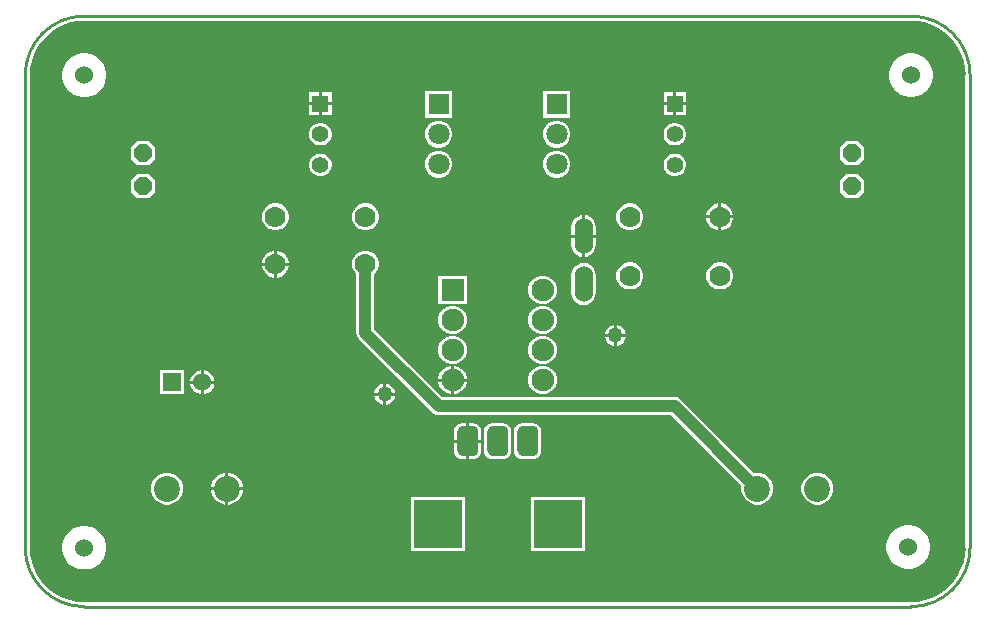
<source format=gbl>
G04*
G04 #@! TF.GenerationSoftware,Altium Limited,CircuitMaker,2.2.1 (2.2.1.6)*
G04*
G04 Layer_Physical_Order=2*
G04 Layer_Color=11436288*
%FSLAX44Y44*%
%MOMM*%
G71*
G04*
G04 #@! TF.SameCoordinates,B7FF0B77-2EFF-419A-B724-F2A86093BB65*
G04*
G04*
G04 #@! TF.FilePolarity,Positive*
G04*
G01*
G75*
%ADD10C,0.2540*%
%ADD37C,1.0000*%
%ADD39R,1.8796X1.8796*%
%ADD40O,1.5240X3.0480*%
%ADD41C,1.5240*%
%ADD42P,1.6496X8X292.5*%
%ADD43C,1.7780*%
%ADD44C,1.9050*%
%ADD45R,1.9050X1.9050*%
G04:AMPARAMS|DCode=46|XSize=1.778mm|YSize=2.54mm|CornerRadius=0.4445mm|HoleSize=0mm|Usage=FLASHONLY|Rotation=180.000|XOffset=0mm|YOffset=0mm|HoleType=Round|Shape=RoundedRectangle|*
%AMROUNDEDRECTD46*
21,1,1.7780,1.6510,0,0,180.0*
21,1,0.8890,2.5400,0,0,180.0*
1,1,0.8890,-0.4445,0.8255*
1,1,0.8890,0.4445,0.8255*
1,1,0.8890,0.4445,-0.8255*
1,1,0.8890,-0.4445,-0.8255*
%
%ADD46ROUNDEDRECTD46*%
%ADD47R,4.0640X4.0640*%
%ADD48R,1.5240X1.5240*%
%ADD49C,2.2000*%
%ADD50C,1.8000*%
%ADD51R,1.8000X1.8000*%
%ADD52R,1.4000X1.4000*%
%ADD53C,1.4000*%
%ADD54C,1.2700*%
G36*
X756025Y495767D02*
X761947Y494589D01*
X767665Y492648D01*
X773081Y489977D01*
X778102Y486623D01*
X782641Y482641D01*
X786623Y478102D01*
X789977Y473081D01*
X792648Y467665D01*
X794589Y461948D01*
X795767Y456025D01*
X796150Y450176D01*
X796115Y450000D01*
Y50000D01*
X796150Y49824D01*
X795767Y43975D01*
X794589Y38052D01*
X792648Y32335D01*
X789977Y26919D01*
X786623Y21899D01*
X782641Y17359D01*
X778102Y13377D01*
X773081Y10023D01*
X767665Y7352D01*
X761947Y5411D01*
X756025Y4233D01*
X750176Y3850D01*
X750000Y3885D01*
X50000D01*
X49824Y3850D01*
X43975Y4233D01*
X38052Y5411D01*
X32335Y7352D01*
X26919Y10023D01*
X21899Y13377D01*
X17359Y17359D01*
X13377Y21899D01*
X10023Y26919D01*
X7352Y32335D01*
X5411Y38052D01*
X4233Y43975D01*
X3850Y49824D01*
X3885Y50000D01*
Y450000D01*
X3850Y450176D01*
X4233Y456025D01*
X5411Y461948D01*
X7352Y467665D01*
X10023Y473081D01*
X13377Y478102D01*
X17359Y482641D01*
X21899Y486623D01*
X26919Y489977D01*
X32335Y492648D01*
X38052Y494589D01*
X43975Y495767D01*
X49824Y496150D01*
X50000Y496115D01*
X750000D01*
X750176Y496150D01*
X756025Y495767D01*
D02*
G37*
%LPC*%
G36*
X751826Y468540D02*
X748174D01*
X744592Y467827D01*
X741218Y466430D01*
X738181Y464401D01*
X735599Y461819D01*
X733570Y458782D01*
X732172Y455408D01*
X731460Y451826D01*
Y448174D01*
X732172Y444592D01*
X733570Y441218D01*
X735599Y438181D01*
X738181Y435599D01*
X741218Y433570D01*
X744592Y432173D01*
X748174Y431460D01*
X751826D01*
X755408Y432173D01*
X758782Y433570D01*
X761819Y435599D01*
X764401Y438181D01*
X766430Y441218D01*
X767828Y444592D01*
X768540Y448174D01*
Y451826D01*
X767828Y455408D01*
X766430Y458782D01*
X764401Y461819D01*
X761819Y464401D01*
X758782Y466430D01*
X755408Y467827D01*
X751826Y468540D01*
D02*
G37*
G36*
X51826D02*
X48174D01*
X44592Y467827D01*
X41218Y466430D01*
X38181Y464401D01*
X35599Y461819D01*
X33570Y458782D01*
X32173Y455408D01*
X31460Y451826D01*
Y448174D01*
X32173Y444592D01*
X33570Y441218D01*
X35599Y438181D01*
X38181Y435599D01*
X41218Y433570D01*
X44592Y432173D01*
X48174Y431460D01*
X51826D01*
X55408Y432173D01*
X58782Y433570D01*
X61819Y435599D01*
X64401Y438181D01*
X66430Y441218D01*
X67828Y444592D01*
X68540Y448174D01*
Y451826D01*
X67828Y455408D01*
X66430Y458782D01*
X64401Y461819D01*
X61819Y464401D01*
X58782Y466430D01*
X55408Y467827D01*
X51826Y468540D01*
D02*
G37*
G36*
X559540Y435540D02*
X551270D01*
Y427270D01*
X559540D01*
Y435540D01*
D02*
G37*
G36*
X548730D02*
X540460D01*
Y427270D01*
X548730D01*
Y435540D01*
D02*
G37*
G36*
X259540D02*
X251270D01*
Y427270D01*
X259540D01*
Y435540D01*
D02*
G37*
G36*
X248730D02*
X240460D01*
Y427270D01*
X248730D01*
Y435540D01*
D02*
G37*
G36*
X559540Y424730D02*
X551270D01*
Y416460D01*
X559540D01*
Y424730D01*
D02*
G37*
G36*
X548730D02*
X540460D01*
Y416460D01*
X548730D01*
Y424730D01*
D02*
G37*
G36*
X259540D02*
X251270D01*
Y416460D01*
X259540D01*
Y424730D01*
D02*
G37*
G36*
X248730D02*
X240460D01*
Y416460D01*
X248730D01*
Y424730D01*
D02*
G37*
G36*
X461540Y436940D02*
X438460D01*
Y413860D01*
X461540D01*
Y436940D01*
D02*
G37*
G36*
X361540D02*
X338460D01*
Y413860D01*
X361540D01*
Y436940D01*
D02*
G37*
G36*
X551256Y409540D02*
X548744D01*
X546318Y408890D01*
X544142Y407634D01*
X542366Y405858D01*
X541110Y403682D01*
X540460Y401256D01*
Y398744D01*
X541110Y396318D01*
X542366Y394142D01*
X544142Y392366D01*
X546318Y391110D01*
X548744Y390460D01*
X551256D01*
X553682Y391110D01*
X555858Y392366D01*
X557634Y394142D01*
X558890Y396318D01*
X559540Y398744D01*
Y401256D01*
X558890Y403682D01*
X557634Y405858D01*
X555858Y407634D01*
X553682Y408890D01*
X551256Y409540D01*
D02*
G37*
G36*
X251256D02*
X248744D01*
X246318Y408890D01*
X244142Y407634D01*
X242366Y405858D01*
X241110Y403682D01*
X240460Y401256D01*
Y398744D01*
X241110Y396318D01*
X242366Y394142D01*
X244142Y392366D01*
X246318Y391110D01*
X248744Y390460D01*
X251256D01*
X253682Y391110D01*
X255858Y392366D01*
X257634Y394142D01*
X258890Y396318D01*
X259540Y398744D01*
Y401256D01*
X258890Y403682D01*
X257634Y405858D01*
X255858Y407634D01*
X253682Y408890D01*
X251256Y409540D01*
D02*
G37*
G36*
X451519Y411540D02*
X448481D01*
X445546Y410754D01*
X442914Y409234D01*
X440766Y407086D01*
X439246Y404454D01*
X438460Y401519D01*
Y398481D01*
X439246Y395546D01*
X440766Y392914D01*
X442914Y390766D01*
X445546Y389246D01*
X448481Y388460D01*
X451519D01*
X454454Y389246D01*
X457086Y390766D01*
X459234Y392914D01*
X460754Y395546D01*
X461540Y398481D01*
Y401519D01*
X460754Y404454D01*
X459234Y407086D01*
X457086Y409234D01*
X454454Y410754D01*
X451519Y411540D01*
D02*
G37*
G36*
X351519D02*
X348481D01*
X345546Y410754D01*
X342914Y409234D01*
X340766Y407086D01*
X339246Y404454D01*
X338460Y401519D01*
Y398481D01*
X339246Y395546D01*
X340766Y392914D01*
X342914Y390766D01*
X345546Y389246D01*
X348481Y388460D01*
X351519D01*
X354454Y389246D01*
X357086Y390766D01*
X359234Y392914D01*
X360754Y395546D01*
X361540Y398481D01*
Y401519D01*
X360754Y404454D01*
X359234Y407086D01*
X357086Y409234D01*
X354454Y410754D01*
X351519Y411540D01*
D02*
G37*
G36*
X705080Y394160D02*
X694920D01*
X689840Y389080D01*
Y378920D01*
X694920Y373840D01*
X705080D01*
X710160Y378920D01*
Y389080D01*
X705080Y394160D01*
D02*
G37*
G36*
X105080D02*
X94920D01*
X89840Y389080D01*
Y378920D01*
X94920Y373840D01*
X105080D01*
X110160Y378920D01*
Y389080D01*
X105080Y394160D01*
D02*
G37*
G36*
X551256Y383540D02*
X548744D01*
X546318Y382890D01*
X544142Y381634D01*
X542366Y379858D01*
X541110Y377682D01*
X540460Y375256D01*
Y372744D01*
X541110Y370318D01*
X542366Y368142D01*
X544142Y366366D01*
X546318Y365110D01*
X548744Y364460D01*
X551256D01*
X553682Y365110D01*
X555858Y366366D01*
X557634Y368142D01*
X558890Y370318D01*
X559540Y372744D01*
Y375256D01*
X558890Y377682D01*
X557634Y379858D01*
X555858Y381634D01*
X553682Y382890D01*
X551256Y383540D01*
D02*
G37*
G36*
X251256D02*
X248744D01*
X246318Y382890D01*
X244142Y381634D01*
X242366Y379858D01*
X241110Y377682D01*
X240460Y375256D01*
Y372744D01*
X241110Y370318D01*
X242366Y368142D01*
X244142Y366366D01*
X246318Y365110D01*
X248744Y364460D01*
X251256D01*
X253682Y365110D01*
X255858Y366366D01*
X257634Y368142D01*
X258890Y370318D01*
X259540Y372744D01*
Y375256D01*
X258890Y377682D01*
X257634Y379858D01*
X255858Y381634D01*
X253682Y382890D01*
X251256Y383540D01*
D02*
G37*
G36*
X451519Y386140D02*
X448481D01*
X445546Y385354D01*
X442914Y383834D01*
X440766Y381686D01*
X439246Y379054D01*
X438460Y376119D01*
Y373081D01*
X439246Y370146D01*
X440766Y367514D01*
X442914Y365366D01*
X445546Y363846D01*
X448481Y363060D01*
X451519D01*
X454454Y363846D01*
X457086Y365366D01*
X459234Y367514D01*
X460754Y370146D01*
X461540Y373081D01*
Y376119D01*
X460754Y379054D01*
X459234Y381686D01*
X457086Y383834D01*
X454454Y385354D01*
X451519Y386140D01*
D02*
G37*
G36*
X351519D02*
X348481D01*
X345546Y385354D01*
X342914Y383834D01*
X340766Y381686D01*
X339246Y379054D01*
X338460Y376119D01*
Y373081D01*
X339246Y370146D01*
X340766Y367514D01*
X342914Y365366D01*
X345546Y363846D01*
X348481Y363060D01*
X351519D01*
X354454Y363846D01*
X357086Y365366D01*
X359234Y367514D01*
X360754Y370146D01*
X361540Y373081D01*
Y376119D01*
X360754Y379054D01*
X359234Y381686D01*
X357086Y383834D01*
X354454Y385354D01*
X351519Y386140D01*
D02*
G37*
G36*
X705080Y365936D02*
X694920D01*
X689840Y360856D01*
Y350696D01*
X694920Y345616D01*
X705080D01*
X710160Y350696D01*
Y360856D01*
X705080Y365936D01*
D02*
G37*
G36*
X105080D02*
X94920D01*
X89840Y360856D01*
Y350696D01*
X94920Y345616D01*
X105080D01*
X110160Y350696D01*
Y360856D01*
X105080Y365936D01*
D02*
G37*
G36*
X589604Y341430D02*
X589369D01*
Y331270D01*
X599529D01*
Y331505D01*
X598750Y334412D01*
X597245Y337018D01*
X595117Y339146D01*
X592511Y340651D01*
X589604Y341430D01*
D02*
G37*
G36*
X586829D02*
X586594D01*
X583687Y340651D01*
X581081Y339146D01*
X578953Y337018D01*
X577448Y334412D01*
X576669Y331505D01*
Y331270D01*
X586829D01*
Y341430D01*
D02*
G37*
G36*
X599529Y328730D02*
X589369D01*
Y318570D01*
X589604D01*
X592511Y319349D01*
X595117Y320854D01*
X597245Y322982D01*
X598750Y325588D01*
X599529Y328495D01*
Y328730D01*
D02*
G37*
G36*
X586829D02*
X576669D01*
Y328495D01*
X577448Y325588D01*
X578953Y322982D01*
X581081Y320854D01*
X583687Y319349D01*
X586594Y318570D01*
X586829D01*
Y328730D01*
D02*
G37*
G36*
X513404Y341430D02*
X510394D01*
X507487Y340651D01*
X504881Y339146D01*
X502753Y337018D01*
X501248Y334412D01*
X500469Y331505D01*
Y328495D01*
X501248Y325588D01*
X502753Y322982D01*
X504881Y320854D01*
X507487Y319349D01*
X510394Y318570D01*
X513404D01*
X516311Y319349D01*
X518917Y320854D01*
X521045Y322982D01*
X522550Y325588D01*
X523329Y328495D01*
Y331505D01*
X522550Y334412D01*
X521045Y337018D01*
X518917Y339146D01*
X516311Y340651D01*
X513404Y341430D01*
D02*
G37*
G36*
X289604D02*
X286594D01*
X283687Y340651D01*
X281081Y339146D01*
X278953Y337018D01*
X277448Y334412D01*
X276669Y331505D01*
Y328495D01*
X277448Y325588D01*
X278953Y322982D01*
X281081Y320854D01*
X283687Y319349D01*
X286594Y318570D01*
X289604D01*
X292511Y319349D01*
X295117Y320854D01*
X297246Y322982D01*
X298750Y325588D01*
X299529Y328495D01*
Y331505D01*
X298750Y334412D01*
X297246Y337018D01*
X295117Y339146D01*
X292511Y340651D01*
X289604Y341430D01*
D02*
G37*
G36*
X213404D02*
X210394D01*
X207487Y340651D01*
X204881Y339146D01*
X202753Y337018D01*
X201248Y334412D01*
X200469Y331505D01*
Y328495D01*
X201248Y325588D01*
X202753Y322982D01*
X204881Y320854D01*
X207487Y319349D01*
X210394Y318570D01*
X213404D01*
X216311Y319349D01*
X218917Y320854D01*
X221045Y322982D01*
X222550Y325588D01*
X223329Y328495D01*
Y331505D01*
X222550Y334412D01*
X221045Y337018D01*
X218917Y339146D01*
X216311Y340651D01*
X213404Y341430D01*
D02*
G37*
G36*
X474020Y331521D02*
Y315090D01*
X482998D01*
Y321440D01*
X482649Y324092D01*
X481625Y326564D01*
X479996Y328686D01*
X477874Y330315D01*
X475402Y331339D01*
X474020Y331521D01*
D02*
G37*
G36*
X471480Y331521D02*
X470098Y331339D01*
X467626Y330315D01*
X465504Y328686D01*
X463875Y326564D01*
X462851Y324092D01*
X462502Y321440D01*
Y315090D01*
X471480D01*
Y331521D01*
D02*
G37*
G36*
Y312550D02*
X462502D01*
Y306200D01*
X462851Y303548D01*
X463875Y301076D01*
X465504Y298954D01*
X467626Y297325D01*
X470098Y296301D01*
X471480Y296119D01*
Y312550D01*
D02*
G37*
G36*
X482998D02*
X474020D01*
Y296119D01*
X475402Y296301D01*
X477874Y297325D01*
X479996Y298954D01*
X481625Y301076D01*
X482649Y303548D01*
X482998Y306200D01*
Y312550D01*
D02*
G37*
G36*
X213406Y301430D02*
X213171D01*
Y291270D01*
X223331D01*
Y291505D01*
X222552Y294412D01*
X221047Y297018D01*
X218919Y299146D01*
X216313Y300651D01*
X213406Y301430D01*
D02*
G37*
G36*
X210631D02*
X210396D01*
X207489Y300651D01*
X204883Y299146D01*
X202754Y297018D01*
X201250Y294412D01*
X200471Y291505D01*
Y291270D01*
X210631D01*
Y301430D01*
D02*
G37*
G36*
X223331Y288730D02*
X213171D01*
Y278570D01*
X213406D01*
X216313Y279349D01*
X218919Y280854D01*
X221047Y282982D01*
X222552Y285588D01*
X223331Y288495D01*
Y288730D01*
D02*
G37*
G36*
X210631D02*
X200471D01*
Y288495D01*
X201250Y285588D01*
X202754Y282982D01*
X204883Y280854D01*
X207489Y279349D01*
X210396Y278570D01*
X210631D01*
Y288730D01*
D02*
G37*
G36*
X589606Y291430D02*
X586596D01*
X583689Y290651D01*
X581083Y289146D01*
X578955Y287018D01*
X577450Y284412D01*
X576671Y281505D01*
Y278495D01*
X577450Y275588D01*
X578955Y272982D01*
X581083Y270854D01*
X583689Y269349D01*
X586596Y268570D01*
X589606D01*
X592513Y269349D01*
X595119Y270854D01*
X597247Y272982D01*
X598752Y275588D01*
X599531Y278495D01*
Y281505D01*
X598752Y284412D01*
X597247Y287018D01*
X595119Y289146D01*
X592513Y290651D01*
X589606Y291430D01*
D02*
G37*
G36*
X513406D02*
X510396D01*
X507489Y290651D01*
X504883Y289146D01*
X502755Y287018D01*
X501250Y284412D01*
X500471Y281505D01*
Y278495D01*
X501250Y275588D01*
X502755Y272982D01*
X504883Y270854D01*
X507489Y269349D01*
X510396Y268570D01*
X513406D01*
X516313Y269349D01*
X518919Y270854D01*
X521047Y272982D01*
X522552Y275588D01*
X523331Y278495D01*
Y281505D01*
X522552Y284412D01*
X521047Y287018D01*
X518919Y289146D01*
X516313Y290651D01*
X513406Y291430D01*
D02*
G37*
G36*
X439688Y280165D02*
X436512D01*
X433443Y279343D01*
X430692Y277754D01*
X428446Y275508D01*
X426857Y272757D01*
X426035Y269688D01*
Y266512D01*
X426857Y263443D01*
X428446Y260692D01*
X430692Y258446D01*
X433443Y256857D01*
X436512Y256035D01*
X439688D01*
X442757Y256857D01*
X445508Y258446D01*
X447754Y260692D01*
X449343Y263443D01*
X450165Y266512D01*
Y269688D01*
X449343Y272757D01*
X447754Y275508D01*
X445508Y277754D01*
X442757Y279343D01*
X439688Y280165D01*
D02*
G37*
G36*
X373965D02*
X349835D01*
Y256035D01*
X373965D01*
Y280165D01*
D02*
G37*
G36*
X472750Y291048D02*
X470098Y290699D01*
X467626Y289675D01*
X465504Y288046D01*
X463875Y285924D01*
X462851Y283452D01*
X462502Y280800D01*
Y265560D01*
X462851Y262908D01*
X463875Y260436D01*
X465504Y258314D01*
X467626Y256685D01*
X470098Y255662D01*
X472750Y255312D01*
X475402Y255662D01*
X477874Y256685D01*
X479996Y258314D01*
X481625Y260436D01*
X482649Y262908D01*
X482998Y265560D01*
Y280800D01*
X482649Y283452D01*
X481625Y285924D01*
X479996Y288046D01*
X477874Y289675D01*
X475402Y290699D01*
X472750Y291048D01*
D02*
G37*
G36*
X501020Y238613D02*
Y231020D01*
X508613D01*
X508034Y233181D01*
X506864Y235209D01*
X505209Y236864D01*
X503181Y238034D01*
X501020Y238613D01*
D02*
G37*
G36*
X498480D02*
X496319Y238034D01*
X494291Y236864D01*
X492636Y235209D01*
X491466Y233181D01*
X490887Y231020D01*
X498480D01*
Y238613D01*
D02*
G37*
G36*
X439688Y254765D02*
X436512D01*
X433443Y253943D01*
X430692Y252354D01*
X428446Y250108D01*
X426857Y247357D01*
X426035Y244288D01*
Y241112D01*
X426857Y238043D01*
X428446Y235292D01*
X430692Y233046D01*
X433443Y231457D01*
X436512Y230635D01*
X439688D01*
X442757Y231457D01*
X445508Y233046D01*
X447754Y235292D01*
X449343Y238043D01*
X450165Y241112D01*
Y244288D01*
X449343Y247357D01*
X447754Y250108D01*
X445508Y252354D01*
X442757Y253943D01*
X439688Y254765D01*
D02*
G37*
G36*
X363488D02*
X360312D01*
X357243Y253943D01*
X354492Y252354D01*
X352246Y250108D01*
X350657Y247357D01*
X349835Y244288D01*
Y241112D01*
X350657Y238043D01*
X352246Y235292D01*
X354492Y233046D01*
X357243Y231457D01*
X360312Y230635D01*
X363488D01*
X366557Y231457D01*
X369308Y233046D01*
X371554Y235292D01*
X373143Y238043D01*
X373965Y241112D01*
Y244288D01*
X373143Y247357D01*
X371554Y250108D01*
X369308Y252354D01*
X366557Y253943D01*
X363488Y254765D01*
D02*
G37*
G36*
X508613Y228480D02*
X501020D01*
Y220887D01*
X503181Y221466D01*
X505209Y222636D01*
X506864Y224291D01*
X508034Y226319D01*
X508613Y228480D01*
D02*
G37*
G36*
X498480D02*
X490887D01*
X491466Y226319D01*
X492636Y224291D01*
X494291Y222636D01*
X496319Y221466D01*
X498480Y220887D01*
Y228480D01*
D02*
G37*
G36*
X439688Y229365D02*
X436512D01*
X433443Y228543D01*
X430692Y226954D01*
X428446Y224708D01*
X426857Y221957D01*
X426035Y218888D01*
Y215712D01*
X426857Y212643D01*
X428446Y209892D01*
X430692Y207646D01*
X433443Y206057D01*
X436512Y205235D01*
X439688D01*
X442757Y206057D01*
X445508Y207646D01*
X447754Y209892D01*
X449343Y212643D01*
X450165Y215712D01*
Y218888D01*
X449343Y221957D01*
X447754Y224708D01*
X445508Y226954D01*
X442757Y228543D01*
X439688Y229365D01*
D02*
G37*
G36*
X363488D02*
X360312D01*
X357243Y228543D01*
X354492Y226954D01*
X352246Y224708D01*
X350657Y221957D01*
X349835Y218888D01*
Y215712D01*
X350657Y212643D01*
X352246Y209892D01*
X354492Y207646D01*
X357243Y206057D01*
X360312Y205235D01*
X363488D01*
X366557Y206057D01*
X369308Y207646D01*
X371554Y209892D01*
X373143Y212643D01*
X373965Y215712D01*
Y218888D01*
X373143Y221957D01*
X371554Y224708D01*
X369308Y226954D01*
X366557Y228543D01*
X363488Y229365D01*
D02*
G37*
G36*
Y203965D02*
X363170D01*
Y193170D01*
X373965D01*
Y193488D01*
X373143Y196557D01*
X371554Y199308D01*
X369308Y201554D01*
X366557Y203143D01*
X363488Y203965D01*
D02*
G37*
G36*
X360630D02*
X360312D01*
X357243Y203143D01*
X354492Y201554D01*
X352246Y199308D01*
X350657Y196557D01*
X349835Y193488D01*
Y193170D01*
X360630D01*
Y203965D01*
D02*
G37*
G36*
X151338Y200160D02*
X151270D01*
Y191270D01*
X160160D01*
Y191338D01*
X159468Y193922D01*
X158130Y196238D01*
X156238Y198130D01*
X153922Y199468D01*
X151338Y200160D01*
D02*
G37*
G36*
X148730D02*
X148662D01*
X146078Y199468D01*
X143762Y198130D01*
X141870Y196238D01*
X140532Y193922D01*
X139840Y191338D01*
Y191270D01*
X148730D01*
Y200160D01*
D02*
G37*
G36*
X305770Y188863D02*
Y181270D01*
X313363D01*
X312784Y183431D01*
X311614Y185459D01*
X309959Y187114D01*
X307931Y188284D01*
X305770Y188863D01*
D02*
G37*
G36*
X303230D02*
X301069Y188284D01*
X299041Y187114D01*
X297386Y185459D01*
X296216Y183431D01*
X295637Y181270D01*
X303230D01*
Y188863D01*
D02*
G37*
G36*
X160160Y188730D02*
X151270D01*
Y179840D01*
X151338D01*
X153922Y180532D01*
X156238Y181870D01*
X158130Y183762D01*
X159468Y186078D01*
X160160Y188662D01*
Y188730D01*
D02*
G37*
G36*
X148730D02*
X139840D01*
Y188662D01*
X140532Y186078D01*
X141870Y183762D01*
X143762Y181870D01*
X146078Y180532D01*
X148662Y179840D01*
X148730D01*
Y188730D01*
D02*
G37*
G36*
X134760Y200160D02*
X114440D01*
Y179840D01*
X134760D01*
Y200160D01*
D02*
G37*
G36*
X439688Y203965D02*
X436512D01*
X433443Y203143D01*
X430692Y201554D01*
X428446Y199308D01*
X426857Y196557D01*
X426035Y193488D01*
Y190312D01*
X426857Y187243D01*
X428446Y184492D01*
X430692Y182246D01*
X433443Y180657D01*
X436512Y179835D01*
X439688D01*
X442757Y180657D01*
X445508Y182246D01*
X447754Y184492D01*
X449343Y187243D01*
X450165Y190312D01*
Y193488D01*
X449343Y196557D01*
X447754Y199308D01*
X445508Y201554D01*
X442757Y203143D01*
X439688Y203965D01*
D02*
G37*
G36*
X373965Y190630D02*
X363170D01*
Y179835D01*
X363488D01*
X366557Y180657D01*
X369308Y182246D01*
X371554Y184492D01*
X373143Y187243D01*
X373965Y190312D01*
Y190630D01*
D02*
G37*
G36*
X360630D02*
X349835D01*
Y190312D01*
X350657Y187243D01*
X352246Y184492D01*
X354492Y182246D01*
X357243Y180657D01*
X360312Y179835D01*
X360630D01*
Y190630D01*
D02*
G37*
G36*
X313363Y178730D02*
X305770D01*
Y171137D01*
X307931Y171716D01*
X309959Y172886D01*
X311614Y174541D01*
X312784Y176569D01*
X313363Y178730D01*
D02*
G37*
G36*
X303230D02*
X295637D01*
X296216Y176569D01*
X297386Y174541D01*
X299041Y172886D01*
X301069Y171716D01*
X303230Y171137D01*
Y178730D01*
D02*
G37*
G36*
X379045Y155300D02*
X375870D01*
Y141270D01*
X386090D01*
Y148255D01*
X385850Y150078D01*
X385146Y151778D01*
X384027Y153237D01*
X382568Y154356D01*
X380868Y155060D01*
X379045Y155300D01*
D02*
G37*
G36*
X373330D02*
X370155D01*
X368331Y155060D01*
X366632Y154356D01*
X365173Y153237D01*
X364054Y151778D01*
X363350Y150078D01*
X363110Y148255D01*
Y141270D01*
X373330D01*
Y155300D01*
D02*
G37*
G36*
X429845D02*
X420955D01*
X419132Y155060D01*
X417432Y154356D01*
X415973Y153237D01*
X414854Y151778D01*
X414150Y150078D01*
X413910Y148255D01*
Y131745D01*
X414150Y129922D01*
X414854Y128222D01*
X415973Y126763D01*
X417432Y125644D01*
X419132Y124940D01*
X420955Y124700D01*
X429845D01*
X431668Y124940D01*
X433368Y125644D01*
X434827Y126763D01*
X435946Y128222D01*
X436650Y129922D01*
X436890Y131745D01*
Y148255D01*
X436650Y150078D01*
X435946Y151778D01*
X434827Y153237D01*
X433368Y154356D01*
X431668Y155060D01*
X429845Y155300D01*
D02*
G37*
G36*
X404445D02*
X395555D01*
X393731Y155060D01*
X392032Y154356D01*
X390573Y153237D01*
X389454Y151778D01*
X388750Y150078D01*
X388510Y148255D01*
Y131745D01*
X388750Y129922D01*
X389454Y128222D01*
X390573Y126763D01*
X392032Y125644D01*
X393731Y124940D01*
X395555Y124700D01*
X404445D01*
X406268Y124940D01*
X407968Y125644D01*
X409427Y126763D01*
X410546Y128222D01*
X411250Y129922D01*
X411490Y131745D01*
Y148255D01*
X411250Y150078D01*
X410546Y151778D01*
X409427Y153237D01*
X407968Y154356D01*
X406268Y155060D01*
X404445Y155300D01*
D02*
G37*
G36*
X386090Y138730D02*
X375870D01*
Y124700D01*
X379045D01*
X380868Y124940D01*
X382568Y125644D01*
X384027Y126763D01*
X385146Y128222D01*
X385850Y129922D01*
X386090Y131745D01*
Y138730D01*
D02*
G37*
G36*
X373330D02*
X363110D01*
Y131745D01*
X363350Y129922D01*
X364054Y128222D01*
X365173Y126763D01*
X366632Y125644D01*
X368331Y124940D01*
X370155Y124700D01*
X373330D01*
Y138730D01*
D02*
G37*
G36*
X172583Y113540D02*
X172070D01*
Y101270D01*
X184340D01*
Y101783D01*
X183417Y105226D01*
X181635Y108314D01*
X179114Y110835D01*
X176026Y112617D01*
X172583Y113540D01*
D02*
G37*
G36*
X169530D02*
X169017D01*
X165574Y112617D01*
X162486Y110835D01*
X159965Y108314D01*
X158183Y105226D01*
X157260Y101783D01*
Y101270D01*
X169530D01*
Y113540D01*
D02*
G37*
G36*
X672583D02*
X669017D01*
X665574Y112617D01*
X662486Y110835D01*
X659965Y108314D01*
X658183Y105226D01*
X657260Y101783D01*
Y98217D01*
X658183Y94774D01*
X659965Y91686D01*
X662486Y89165D01*
X665574Y87383D01*
X669017Y86460D01*
X672583D01*
X676026Y87383D01*
X679114Y89165D01*
X681635Y91686D01*
X683417Y94774D01*
X684340Y98217D01*
Y101783D01*
X683417Y105226D01*
X681635Y108314D01*
X679114Y110835D01*
X676026Y112617D01*
X672583Y113540D01*
D02*
G37*
G36*
X289606Y301430D02*
X286596D01*
X283689Y300651D01*
X281083Y299146D01*
X278955Y297018D01*
X277450Y294412D01*
X276671Y291505D01*
Y288495D01*
X277450Y285588D01*
X278955Y282982D01*
X280496Y281441D01*
Y231899D01*
X280755Y229931D01*
X280977Y229394D01*
X281515Y228097D01*
X282723Y226522D01*
X344622Y164622D01*
X346198Y163414D01*
X347272Y162969D01*
X348032Y162654D01*
X350000Y162395D01*
X546850D01*
X606672Y102573D01*
X606460Y101783D01*
Y98217D01*
X607383Y94774D01*
X609165Y91686D01*
X611686Y89165D01*
X614774Y87383D01*
X618217Y86460D01*
X621783D01*
X625226Y87383D01*
X628314Y89165D01*
X630835Y91686D01*
X632617Y94774D01*
X633540Y98217D01*
Y101783D01*
X632617Y105226D01*
X630835Y108314D01*
X628314Y110835D01*
X625226Y112617D01*
X621783Y113540D01*
X618217D01*
X617427Y113328D01*
X555378Y175378D01*
X553802Y176586D01*
X552506Y177123D01*
X551968Y177346D01*
X550000Y177605D01*
X353150D01*
X295706Y235049D01*
Y281441D01*
X297247Y282982D01*
X298752Y285588D01*
X299531Y288495D01*
Y291505D01*
X298752Y294412D01*
X297247Y297018D01*
X295119Y299146D01*
X292513Y300651D01*
X289606Y301430D01*
D02*
G37*
G36*
X184340Y98730D02*
X172070D01*
Y86460D01*
X172583D01*
X176026Y87383D01*
X179114Y89165D01*
X181635Y91686D01*
X183417Y94774D01*
X184340Y98217D01*
Y98730D01*
D02*
G37*
G36*
X169530D02*
X157260D01*
Y98217D01*
X158183Y94774D01*
X159965Y91686D01*
X162486Y89165D01*
X165574Y87383D01*
X169017Y86460D01*
X169530D01*
Y98730D01*
D02*
G37*
G36*
X121783Y113540D02*
X118217D01*
X114774Y112617D01*
X111686Y110835D01*
X109165Y108314D01*
X107383Y105226D01*
X106460Y101783D01*
Y98217D01*
X107383Y94774D01*
X109165Y91686D01*
X111686Y89165D01*
X114774Y87383D01*
X118217Y86460D01*
X121783D01*
X125226Y87383D01*
X128314Y89165D01*
X130835Y91686D01*
X132617Y94774D01*
X133540Y98217D01*
Y101783D01*
X132617Y105226D01*
X130835Y108314D01*
X128314Y110835D01*
X125226Y112617D01*
X121783Y113540D01*
D02*
G37*
G36*
X473660Y93010D02*
X427940D01*
Y47290D01*
X473660D01*
Y93010D01*
D02*
G37*
G36*
X372060D02*
X326340D01*
Y47290D01*
X372060D01*
Y93010D01*
D02*
G37*
G36*
X749460Y69000D02*
X745808D01*
X742226Y68288D01*
X738852Y66890D01*
X735816Y64861D01*
X733233Y62279D01*
X731204Y59242D01*
X729807Y55868D01*
X729094Y52286D01*
Y48634D01*
X729807Y45052D01*
X731204Y41678D01*
X733233Y38642D01*
X735816Y36059D01*
X738852Y34030D01*
X742226Y32633D01*
X745808Y31920D01*
X749460D01*
X753042Y32633D01*
X756416Y34030D01*
X759453Y36059D01*
X762035Y38642D01*
X764064Y41678D01*
X765462Y45052D01*
X766174Y48634D01*
Y52286D01*
X765462Y55868D01*
X764064Y59242D01*
X762035Y62279D01*
X759453Y64861D01*
X756416Y66890D01*
X753042Y68288D01*
X749460Y69000D01*
D02*
G37*
G36*
X51826Y68540D02*
X48174D01*
X44592Y67828D01*
X41218Y66430D01*
X38181Y64401D01*
X35599Y61819D01*
X33570Y58782D01*
X32173Y55408D01*
X31460Y51826D01*
Y48174D01*
X32173Y44592D01*
X33570Y41218D01*
X35599Y38181D01*
X38181Y35599D01*
X41218Y33570D01*
X44592Y32173D01*
X48174Y31460D01*
X51826D01*
X55408Y32173D01*
X58782Y33570D01*
X61819Y35599D01*
X64401Y38181D01*
X66430Y41218D01*
X67828Y44592D01*
X68540Y48174D01*
Y51826D01*
X67828Y55408D01*
X66430Y58782D01*
X64401Y61819D01*
X61819Y64401D01*
X58782Y66430D01*
X55408Y67828D01*
X51826Y68540D01*
D02*
G37*
%LPD*%
G54D10*
X429972Y268100D02*
G03*
X446228Y268100I8128J0D01*
G01*
D02*
G03*
X429972Y268100I-8128J0D01*
G01*
X446224Y192150D02*
G03*
X446228Y191900I-8124J-250D01*
G01*
D02*
G03*
X446224Y192150I-8128J0D01*
G01*
X370028Y242700D02*
G03*
X370028Y242700I-8128J0D01*
G01*
Y217300D02*
G03*
X370028Y217300I-8128J0D01*
G01*
Y191900D02*
G03*
X370028Y191900I-8128J0D01*
G01*
X446228Y217300D02*
G03*
X446228Y217300I-8128J0D01*
G01*
Y242700D02*
G03*
X446228Y242700I-8128J0D01*
G01*
X800000Y450000D02*
G03*
X750000Y500000I-50000J0D01*
G01*
Y0D02*
G03*
X800000Y50000I0J50000D01*
G01*
X50000Y500000D02*
G03*
X0Y450000I0J-50000D01*
G01*
Y50000D02*
G03*
X50000Y0I50000J0D01*
G01*
X750000D01*
X800000Y50000D02*
Y450000D01*
X50000Y500000D02*
X750000D01*
X0Y50000D02*
Y450000D01*
G54D37*
X350000Y170000D02*
X550000D01*
X620000Y100000D01*
X288101Y231899D02*
X350000Y170000D01*
X288101Y231899D02*
Y290000D01*
X290000Y288101D01*
G54D39*
X361900Y268100D02*
D03*
G54D40*
X472750Y313820D02*
D03*
Y273180D02*
D03*
G54D41*
Y318900D02*
D03*
Y268100D02*
D03*
X747634Y50460D02*
D03*
X50000Y450000D02*
D03*
X750000D02*
D03*
X150000Y190000D02*
D03*
X50000Y50000D02*
D03*
G54D42*
X100000Y355776D02*
D03*
Y384000D02*
D03*
X700000D02*
D03*
Y355776D02*
D03*
G54D43*
X211899Y330000D02*
D03*
X288099D02*
D03*
X511901Y280000D02*
D03*
X588101D02*
D03*
X588099Y330000D02*
D03*
X511899D02*
D03*
X211901Y290000D02*
D03*
X288101D02*
D03*
G54D44*
X438100Y191900D02*
D03*
Y217300D02*
D03*
Y242700D02*
D03*
Y268100D02*
D03*
X361900Y191900D02*
D03*
Y217300D02*
D03*
Y242700D02*
D03*
G54D45*
Y268100D02*
D03*
G54D46*
X374600Y140000D02*
D03*
X400000D02*
D03*
X425400D02*
D03*
G54D47*
X349200Y70150D02*
D03*
X450800D02*
D03*
G54D48*
X124600Y190000D02*
D03*
G54D49*
X170800Y100000D02*
D03*
X120000D02*
D03*
X670800D02*
D03*
X620000D02*
D03*
G54D50*
X450000Y374600D02*
D03*
Y400000D02*
D03*
X350000Y374600D02*
D03*
Y400000D02*
D03*
G54D51*
X450000Y425400D02*
D03*
X350000D02*
D03*
G54D52*
X550000Y426000D02*
D03*
X250000D02*
D03*
G54D53*
X550000Y374000D02*
D03*
Y400000D02*
D03*
X250000Y374000D02*
D03*
Y400000D02*
D03*
G54D54*
X304500Y180000D02*
D03*
X499750Y229750D02*
D03*
M02*

</source>
